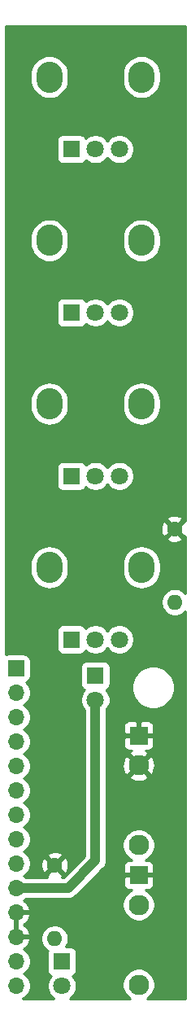
<source format=gbr>
%TF.GenerationSoftware,KiCad,Pcbnew,5.1.9+dfsg1-1~bpo10+1*%
%TF.CreationDate,2022-02-02T14:01:01+08:00*%
%TF.ProjectId,MiniADSR 1.0.1 - Control,4d696e69-4144-4535-9220-312e302e3120,rev?*%
%TF.SameCoordinates,Original*%
%TF.FileFunction,Copper,L2,Bot*%
%TF.FilePolarity,Positive*%
%FSLAX46Y46*%
G04 Gerber Fmt 4.6, Leading zero omitted, Abs format (unit mm)*
G04 Created by KiCad (PCBNEW 5.1.9+dfsg1-1~bpo10+1) date 2022-02-02 14:01:01*
%MOMM*%
%LPD*%
G01*
G04 APERTURE LIST*
%TA.AperFunction,ComponentPad*%
%ADD10R,1.800000X1.800000*%
%TD*%
%TA.AperFunction,ComponentPad*%
%ADD11C,1.800000*%
%TD*%
%TA.AperFunction,ComponentPad*%
%ADD12O,2.720000X3.240000*%
%TD*%
%TA.AperFunction,ComponentPad*%
%ADD13R,1.930000X1.830000*%
%TD*%
%TA.AperFunction,ComponentPad*%
%ADD14C,2.130000*%
%TD*%
%TA.AperFunction,ComponentPad*%
%ADD15C,1.600000*%
%TD*%
%TA.AperFunction,ComponentPad*%
%ADD16O,1.600000X1.600000*%
%TD*%
%TA.AperFunction,ComponentPad*%
%ADD17R,1.700000X1.700000*%
%TD*%
%TA.AperFunction,ComponentPad*%
%ADD18O,1.700000X1.700000*%
%TD*%
%TA.AperFunction,ViaPad*%
%ADD19C,0.800000*%
%TD*%
%TA.AperFunction,Conductor*%
%ADD20C,1.000000*%
%TD*%
%TA.AperFunction,Conductor*%
%ADD21C,0.254000*%
%TD*%
%TA.AperFunction,Conductor*%
%ADD22C,0.100000*%
%TD*%
G04 APERTURE END LIST*
D10*
%TO.P,POT_RELEASE1,1*%
%TO.N,A10*%
X99000000Y-117500000D03*
D11*
%TO.P,POT_RELEASE1,3*%
%TO.N,A11*%
X104000000Y-117500000D03*
%TO.P,POT_RELEASE1,2*%
X101500000Y-117500000D03*
D12*
%TO.P,POT_RELEASE1,*%
%TO.N,*%
X106300000Y-110000000D03*
X96700000Y-110000000D03*
%TD*%
D13*
%TO.P,J1,S*%
%TO.N,GND1*%
X106000000Y-127500000D03*
D14*
%TO.P,J1,TN*%
X106000000Y-130600000D03*
%TO.P,J1,T*%
%TO.N,A1*%
X106000000Y-138900000D03*
%TD*%
D15*
%TO.P,R12,1*%
%TO.N,GND1*%
X97250000Y-141000000D03*
D16*
%TO.P,R12,2*%
%TO.N,Net-(D7-Pad1)*%
X97250000Y-148620000D03*
%TD*%
%TO.P,R11,2*%
%TO.N,Net-(D6-Pad1)*%
X109750000Y-113620000D03*
D15*
%TO.P,R11,1*%
%TO.N,GND1*%
X109750000Y-106000000D03*
%TD*%
D12*
%TO.P,POT_ATTACK1,*%
%TO.N,*%
X96700000Y-59000000D03*
X106300000Y-59000000D03*
D11*
%TO.P,POT_ATTACK1,2*%
%TO.N,A4*%
X101500000Y-66500000D03*
%TO.P,POT_ATTACK1,3*%
X104000000Y-66500000D03*
D10*
%TO.P,POT_ATTACK1,1*%
%TO.N,A3*%
X99000000Y-66500000D03*
%TD*%
D12*
%TO.P,POT_DECAY1,*%
%TO.N,*%
X96700000Y-76000000D03*
X106300000Y-76000000D03*
D11*
%TO.P,POT_DECAY1,2*%
%TO.N,A6*%
X101500000Y-83500000D03*
%TO.P,POT_DECAY1,3*%
X104000000Y-83500000D03*
D10*
%TO.P,POT_DECAY1,1*%
%TO.N,A5*%
X99000000Y-83500000D03*
%TD*%
%TO.P,POT_SUSTAIN1,1*%
%TO.N,A7*%
X99000000Y-100500000D03*
D11*
%TO.P,POT_SUSTAIN1,3*%
%TO.N,A9*%
X104000000Y-100500000D03*
%TO.P,POT_SUSTAIN1,2*%
%TO.N,A8*%
X101500000Y-100500000D03*
D12*
%TO.P,POT_SUSTAIN1,*%
%TO.N,*%
X106300000Y-93000000D03*
X96700000Y-93000000D03*
%TD*%
D11*
%TO.P,D6,2*%
%TO.N,A_VCC*%
X101500000Y-123790000D03*
D10*
%TO.P,D6,1*%
%TO.N,Net-(D6-Pad1)*%
X101500000Y-121250000D03*
%TD*%
%TO.P,D7,1*%
%TO.N,Net-(D7-Pad1)*%
X98000000Y-151000000D03*
D11*
%TO.P,D7,2*%
%TO.N,A2*%
X98000000Y-153540000D03*
%TD*%
D13*
%TO.P,J2,S*%
%TO.N,GND1*%
X106000000Y-142000000D03*
D14*
%TO.P,J2,TN*%
%TO.N,N/C*%
X106000000Y-145100000D03*
%TO.P,J2,T*%
%TO.N,A2*%
X106000000Y-153400000D03*
%TD*%
D17*
%TO.P,J4,1*%
%TO.N,A3*%
X93250000Y-120500000D03*
D18*
%TO.P,J4,2*%
%TO.N,A4*%
X93250000Y-123040000D03*
%TO.P,J4,3*%
%TO.N,A5*%
X93250000Y-125580000D03*
%TO.P,J4,4*%
%TO.N,A6*%
X93250000Y-128120000D03*
%TO.P,J4,5*%
%TO.N,A7*%
X93250000Y-130660000D03*
%TO.P,J4,6*%
%TO.N,A8*%
X93250000Y-133200000D03*
%TO.P,J4,7*%
%TO.N,A9*%
X93250000Y-135740000D03*
%TO.P,J4,8*%
%TO.N,A10*%
X93250000Y-138280000D03*
%TO.P,J4,9*%
%TO.N,A11*%
X93250000Y-140820000D03*
%TO.P,J4,10*%
%TO.N,A_VCC*%
X93250000Y-143360000D03*
%TO.P,J4,11*%
%TO.N,GND1*%
X93250000Y-145900000D03*
%TO.P,J4,12*%
X93250000Y-148440000D03*
%TO.P,J4,13*%
%TO.N,A1*%
X93250000Y-150980000D03*
%TO.P,J4,14*%
%TO.N,A2*%
X93250000Y-153520000D03*
%TD*%
D19*
%TO.N,GND1*%
X100250000Y-86000000D03*
X100250000Y-87500000D03*
X100250000Y-89000000D03*
X100250000Y-90500000D03*
X100250000Y-92000000D03*
X100250000Y-69500000D03*
X100250000Y-70750000D03*
X100250000Y-72000000D03*
X100250000Y-73250000D03*
X100250000Y-74500000D03*
X100250000Y-75750000D03*
X96500000Y-106750000D03*
X96500000Y-105500000D03*
X106750000Y-113750000D03*
X105250000Y-113750000D03*
X103750000Y-113750000D03*
X102250000Y-113750000D03*
X95750000Y-113000000D03*
X103250000Y-72750000D03*
X103250000Y-74000000D03*
X103250000Y-75250000D03*
X103250000Y-76500000D03*
X103250000Y-77750000D03*
X103250000Y-79000000D03*
%TD*%
D20*
%TO.N,A_VCC*%
X101500000Y-123790000D02*
X101500000Y-140500000D01*
X98640000Y-143360000D02*
X93250000Y-143360000D01*
X101500000Y-140500000D02*
X98640000Y-143360000D01*
%TD*%
D21*
%TO.N,GND1*%
X110840001Y-105215451D02*
X110742702Y-105186903D01*
X109929605Y-106000000D01*
X110742702Y-106813097D01*
X110840001Y-106784549D01*
X110840001Y-112680605D01*
X110664759Y-112505363D01*
X110429727Y-112348320D01*
X110168574Y-112240147D01*
X109891335Y-112185000D01*
X109608665Y-112185000D01*
X109331426Y-112240147D01*
X109070273Y-112348320D01*
X108835241Y-112505363D01*
X108635363Y-112705241D01*
X108478320Y-112940273D01*
X108370147Y-113201426D01*
X108315000Y-113478665D01*
X108315000Y-113761335D01*
X108370147Y-114038574D01*
X108478320Y-114299727D01*
X108635363Y-114534759D01*
X108835241Y-114734637D01*
X109070273Y-114891680D01*
X109331426Y-114999853D01*
X109608665Y-115055000D01*
X109891335Y-115055000D01*
X110168574Y-114999853D01*
X110429727Y-114891680D01*
X110664759Y-114734637D01*
X110840001Y-114559395D01*
X110840001Y-154840000D01*
X106904808Y-154840000D01*
X107083687Y-154720477D01*
X107320477Y-154483687D01*
X107506521Y-154205252D01*
X107634670Y-153895872D01*
X107700000Y-153567435D01*
X107700000Y-153232565D01*
X107634670Y-152904128D01*
X107506521Y-152594748D01*
X107320477Y-152316313D01*
X107083687Y-152079523D01*
X106805252Y-151893479D01*
X106495872Y-151765330D01*
X106167435Y-151700000D01*
X105832565Y-151700000D01*
X105504128Y-151765330D01*
X105194748Y-151893479D01*
X104916313Y-152079523D01*
X104679523Y-152316313D01*
X104493479Y-152594748D01*
X104365330Y-152904128D01*
X104300000Y-153232565D01*
X104300000Y-153567435D01*
X104365330Y-153895872D01*
X104493479Y-154205252D01*
X104679523Y-154483687D01*
X104916313Y-154720477D01*
X105095192Y-154840000D01*
X98817339Y-154840000D01*
X98978505Y-154732312D01*
X99192312Y-154518505D01*
X99360299Y-154267095D01*
X99476011Y-153987743D01*
X99535000Y-153691184D01*
X99535000Y-153388816D01*
X99476011Y-153092257D01*
X99360299Y-152812905D01*
X99192312Y-152561495D01*
X99125873Y-152495056D01*
X99144180Y-152489502D01*
X99254494Y-152430537D01*
X99351185Y-152351185D01*
X99430537Y-152254494D01*
X99489502Y-152144180D01*
X99525812Y-152024482D01*
X99538072Y-151900000D01*
X99538072Y-150100000D01*
X99525812Y-149975518D01*
X99489502Y-149855820D01*
X99430537Y-149745506D01*
X99351185Y-149648815D01*
X99254494Y-149569463D01*
X99144180Y-149510498D01*
X99024482Y-149474188D01*
X98900000Y-149461928D01*
X98413301Y-149461928D01*
X98521680Y-149299727D01*
X98629853Y-149038574D01*
X98685000Y-148761335D01*
X98685000Y-148478665D01*
X98629853Y-148201426D01*
X98521680Y-147940273D01*
X98364637Y-147705241D01*
X98164759Y-147505363D01*
X97929727Y-147348320D01*
X97668574Y-147240147D01*
X97391335Y-147185000D01*
X97108665Y-147185000D01*
X96831426Y-147240147D01*
X96570273Y-147348320D01*
X96335241Y-147505363D01*
X96135363Y-147705241D01*
X95978320Y-147940273D01*
X95870147Y-148201426D01*
X95815000Y-148478665D01*
X95815000Y-148761335D01*
X95870147Y-149038574D01*
X95978320Y-149299727D01*
X96135363Y-149534759D01*
X96335241Y-149734637D01*
X96512105Y-149852813D01*
X96510498Y-149855820D01*
X96474188Y-149975518D01*
X96461928Y-150100000D01*
X96461928Y-151900000D01*
X96474188Y-152024482D01*
X96510498Y-152144180D01*
X96569463Y-152254494D01*
X96648815Y-152351185D01*
X96745506Y-152430537D01*
X96855820Y-152489502D01*
X96874127Y-152495056D01*
X96807688Y-152561495D01*
X96639701Y-152812905D01*
X96523989Y-153092257D01*
X96465000Y-153388816D01*
X96465000Y-153691184D01*
X96523989Y-153987743D01*
X96639701Y-154267095D01*
X96807688Y-154518505D01*
X97021495Y-154732312D01*
X97182661Y-154840000D01*
X93943730Y-154840000D01*
X93953411Y-154835990D01*
X94196632Y-154673475D01*
X94403475Y-154466632D01*
X94565990Y-154223411D01*
X94677932Y-153953158D01*
X94735000Y-153666260D01*
X94735000Y-153373740D01*
X94677932Y-153086842D01*
X94565990Y-152816589D01*
X94403475Y-152573368D01*
X94196632Y-152366525D01*
X94022240Y-152250000D01*
X94196632Y-152133475D01*
X94403475Y-151926632D01*
X94565990Y-151683411D01*
X94677932Y-151413158D01*
X94735000Y-151126260D01*
X94735000Y-150833740D01*
X94677932Y-150546842D01*
X94565990Y-150276589D01*
X94403475Y-150033368D01*
X94196632Y-149826525D01*
X94014466Y-149704805D01*
X94131355Y-149635178D01*
X94347588Y-149440269D01*
X94521641Y-149206920D01*
X94646825Y-148944099D01*
X94691476Y-148796890D01*
X94570155Y-148567000D01*
X93377000Y-148567000D01*
X93377000Y-148587000D01*
X93123000Y-148587000D01*
X93123000Y-148567000D01*
X93103000Y-148567000D01*
X93103000Y-148313000D01*
X93123000Y-148313000D01*
X93123000Y-146027000D01*
X93377000Y-146027000D01*
X93377000Y-148313000D01*
X94570155Y-148313000D01*
X94691476Y-148083110D01*
X94646825Y-147935901D01*
X94521641Y-147673080D01*
X94347588Y-147439731D01*
X94131355Y-147244822D01*
X94005745Y-147170000D01*
X94131355Y-147095178D01*
X94347588Y-146900269D01*
X94521641Y-146666920D01*
X94646825Y-146404099D01*
X94691476Y-146256890D01*
X94570155Y-146027000D01*
X93377000Y-146027000D01*
X93123000Y-146027000D01*
X93103000Y-146027000D01*
X93103000Y-145773000D01*
X93123000Y-145773000D01*
X93123000Y-145753000D01*
X93377000Y-145753000D01*
X93377000Y-145773000D01*
X94570155Y-145773000D01*
X94691476Y-145543110D01*
X94646825Y-145395901D01*
X94521641Y-145133080D01*
X94372079Y-144932565D01*
X104300000Y-144932565D01*
X104300000Y-145267435D01*
X104365330Y-145595872D01*
X104493479Y-145905252D01*
X104679523Y-146183687D01*
X104916313Y-146420477D01*
X105194748Y-146606521D01*
X105504128Y-146734670D01*
X105832565Y-146800000D01*
X106167435Y-146800000D01*
X106495872Y-146734670D01*
X106805252Y-146606521D01*
X107083687Y-146420477D01*
X107320477Y-146183687D01*
X107506521Y-145905252D01*
X107634670Y-145595872D01*
X107700000Y-145267435D01*
X107700000Y-144932565D01*
X107634670Y-144604128D01*
X107506521Y-144294748D01*
X107320477Y-144016313D01*
X107083687Y-143779523D01*
X106805252Y-143593479D01*
X106704860Y-143551895D01*
X106965000Y-143553072D01*
X107089482Y-143540812D01*
X107209180Y-143504502D01*
X107319494Y-143445537D01*
X107416185Y-143366185D01*
X107495537Y-143269494D01*
X107554502Y-143159180D01*
X107590812Y-143039482D01*
X107603072Y-142915000D01*
X107600000Y-142285750D01*
X107441250Y-142127000D01*
X106127000Y-142127000D01*
X106127000Y-142147000D01*
X105873000Y-142147000D01*
X105873000Y-142127000D01*
X104558750Y-142127000D01*
X104400000Y-142285750D01*
X104396928Y-142915000D01*
X104409188Y-143039482D01*
X104445498Y-143159180D01*
X104504463Y-143269494D01*
X104583815Y-143366185D01*
X104680506Y-143445537D01*
X104790820Y-143504502D01*
X104910518Y-143540812D01*
X105035000Y-143553072D01*
X105295140Y-143551895D01*
X105194748Y-143593479D01*
X104916313Y-143779523D01*
X104679523Y-144016313D01*
X104493479Y-144294748D01*
X104365330Y-144604128D01*
X104300000Y-144932565D01*
X94372079Y-144932565D01*
X94347588Y-144899731D01*
X94131355Y-144704822D01*
X94014466Y-144635195D01*
X94196632Y-144513475D01*
X94215107Y-144495000D01*
X98584249Y-144495000D01*
X98640000Y-144500491D01*
X98695751Y-144495000D01*
X98695752Y-144495000D01*
X98862499Y-144478577D01*
X99076447Y-144413676D01*
X99273623Y-144308284D01*
X99446449Y-144166449D01*
X99481996Y-144123135D01*
X102263141Y-141341991D01*
X102306449Y-141306449D01*
X102448284Y-141133623D01*
X102553676Y-140936447D01*
X102618577Y-140722499D01*
X102635000Y-140555752D01*
X102640491Y-140500000D01*
X102635000Y-140444248D01*
X102635000Y-138732565D01*
X104300000Y-138732565D01*
X104300000Y-139067435D01*
X104365330Y-139395872D01*
X104493479Y-139705252D01*
X104679523Y-139983687D01*
X104916313Y-140220477D01*
X105194748Y-140406521D01*
X105295140Y-140448105D01*
X105035000Y-140446928D01*
X104910518Y-140459188D01*
X104790820Y-140495498D01*
X104680506Y-140554463D01*
X104583815Y-140633815D01*
X104504463Y-140730506D01*
X104445498Y-140840820D01*
X104409188Y-140960518D01*
X104396928Y-141085000D01*
X104400000Y-141714250D01*
X104558750Y-141873000D01*
X105873000Y-141873000D01*
X105873000Y-141853000D01*
X106127000Y-141853000D01*
X106127000Y-141873000D01*
X107441250Y-141873000D01*
X107600000Y-141714250D01*
X107603072Y-141085000D01*
X107590812Y-140960518D01*
X107554502Y-140840820D01*
X107495537Y-140730506D01*
X107416185Y-140633815D01*
X107319494Y-140554463D01*
X107209180Y-140495498D01*
X107089482Y-140459188D01*
X106965000Y-140446928D01*
X106704860Y-140448105D01*
X106805252Y-140406521D01*
X107083687Y-140220477D01*
X107320477Y-139983687D01*
X107506521Y-139705252D01*
X107634670Y-139395872D01*
X107700000Y-139067435D01*
X107700000Y-138732565D01*
X107634670Y-138404128D01*
X107506521Y-138094748D01*
X107320477Y-137816313D01*
X107083687Y-137579523D01*
X106805252Y-137393479D01*
X106495872Y-137265330D01*
X106167435Y-137200000D01*
X105832565Y-137200000D01*
X105504128Y-137265330D01*
X105194748Y-137393479D01*
X104916313Y-137579523D01*
X104679523Y-137816313D01*
X104493479Y-138094748D01*
X104365330Y-138404128D01*
X104300000Y-138732565D01*
X102635000Y-138732565D01*
X102635000Y-131781761D01*
X104997844Y-131781761D01*
X105101454Y-132052807D01*
X105402148Y-132200190D01*
X105725818Y-132286078D01*
X106060023Y-132307171D01*
X106391922Y-132262658D01*
X106708760Y-132154250D01*
X106898546Y-132052807D01*
X107002156Y-131781761D01*
X106000000Y-130779605D01*
X104997844Y-131781761D01*
X102635000Y-131781761D01*
X102635000Y-130660023D01*
X104292829Y-130660023D01*
X104337342Y-130991922D01*
X104445750Y-131308760D01*
X104547193Y-131498546D01*
X104818239Y-131602156D01*
X105820395Y-130600000D01*
X106179605Y-130600000D01*
X107181761Y-131602156D01*
X107452807Y-131498546D01*
X107600190Y-131197852D01*
X107686078Y-130874182D01*
X107707171Y-130539977D01*
X107662658Y-130208078D01*
X107554250Y-129891240D01*
X107452807Y-129701454D01*
X107181761Y-129597844D01*
X106179605Y-130600000D01*
X105820395Y-130600000D01*
X104818239Y-129597844D01*
X104547193Y-129701454D01*
X104399810Y-130002148D01*
X104313922Y-130325818D01*
X104292829Y-130660023D01*
X102635000Y-130660023D01*
X102635000Y-128415000D01*
X104396928Y-128415000D01*
X104409188Y-128539482D01*
X104445498Y-128659180D01*
X104504463Y-128769494D01*
X104583815Y-128866185D01*
X104680506Y-128945537D01*
X104790820Y-129004502D01*
X104910518Y-129040812D01*
X105035000Y-129053072D01*
X105279611Y-129051966D01*
X105101454Y-129147193D01*
X104997844Y-129418239D01*
X106000000Y-130420395D01*
X107002156Y-129418239D01*
X106898546Y-129147193D01*
X106704111Y-129051892D01*
X106965000Y-129053072D01*
X107089482Y-129040812D01*
X107209180Y-129004502D01*
X107319494Y-128945537D01*
X107416185Y-128866185D01*
X107495537Y-128769494D01*
X107554502Y-128659180D01*
X107590812Y-128539482D01*
X107603072Y-128415000D01*
X107600000Y-127785750D01*
X107441250Y-127627000D01*
X106127000Y-127627000D01*
X106127000Y-127647000D01*
X105873000Y-127647000D01*
X105873000Y-127627000D01*
X104558750Y-127627000D01*
X104400000Y-127785750D01*
X104396928Y-128415000D01*
X102635000Y-128415000D01*
X102635000Y-126585000D01*
X104396928Y-126585000D01*
X104400000Y-127214250D01*
X104558750Y-127373000D01*
X105873000Y-127373000D01*
X105873000Y-126108750D01*
X106127000Y-126108750D01*
X106127000Y-127373000D01*
X107441250Y-127373000D01*
X107600000Y-127214250D01*
X107603072Y-126585000D01*
X107590812Y-126460518D01*
X107554502Y-126340820D01*
X107495537Y-126230506D01*
X107416185Y-126133815D01*
X107319494Y-126054463D01*
X107209180Y-125995498D01*
X107089482Y-125959188D01*
X106965000Y-125946928D01*
X106285750Y-125950000D01*
X106127000Y-126108750D01*
X105873000Y-126108750D01*
X105714250Y-125950000D01*
X105035000Y-125946928D01*
X104910518Y-125959188D01*
X104790820Y-125995498D01*
X104680506Y-126054463D01*
X104583815Y-126133815D01*
X104504463Y-126230506D01*
X104445498Y-126340820D01*
X104409188Y-126460518D01*
X104396928Y-126585000D01*
X102635000Y-126585000D01*
X102635000Y-124825817D01*
X102692312Y-124768505D01*
X102860299Y-124517095D01*
X102976011Y-124237743D01*
X103035000Y-123941184D01*
X103035000Y-123638816D01*
X102976011Y-123342257D01*
X102860299Y-123062905D01*
X102692312Y-122811495D01*
X102625873Y-122745056D01*
X102644180Y-122739502D01*
X102754494Y-122680537D01*
X102851185Y-122601185D01*
X102930537Y-122504494D01*
X102989502Y-122394180D01*
X103024176Y-122279872D01*
X105265000Y-122279872D01*
X105265000Y-122720128D01*
X105350890Y-123151925D01*
X105519369Y-123558669D01*
X105763962Y-123924729D01*
X106075271Y-124236038D01*
X106441331Y-124480631D01*
X106848075Y-124649110D01*
X107279872Y-124735000D01*
X107720128Y-124735000D01*
X108151925Y-124649110D01*
X108558669Y-124480631D01*
X108924729Y-124236038D01*
X109236038Y-123924729D01*
X109480631Y-123558669D01*
X109649110Y-123151925D01*
X109735000Y-122720128D01*
X109735000Y-122279872D01*
X109649110Y-121848075D01*
X109480631Y-121441331D01*
X109236038Y-121075271D01*
X108924729Y-120763962D01*
X108558669Y-120519369D01*
X108151925Y-120350890D01*
X107720128Y-120265000D01*
X107279872Y-120265000D01*
X106848075Y-120350890D01*
X106441331Y-120519369D01*
X106075271Y-120763962D01*
X105763962Y-121075271D01*
X105519369Y-121441331D01*
X105350890Y-121848075D01*
X105265000Y-122279872D01*
X103024176Y-122279872D01*
X103025812Y-122274482D01*
X103038072Y-122150000D01*
X103038072Y-120350000D01*
X103025812Y-120225518D01*
X102989502Y-120105820D01*
X102930537Y-119995506D01*
X102851185Y-119898815D01*
X102754494Y-119819463D01*
X102644180Y-119760498D01*
X102524482Y-119724188D01*
X102400000Y-119711928D01*
X100600000Y-119711928D01*
X100475518Y-119724188D01*
X100355820Y-119760498D01*
X100245506Y-119819463D01*
X100148815Y-119898815D01*
X100069463Y-119995506D01*
X100010498Y-120105820D01*
X99974188Y-120225518D01*
X99961928Y-120350000D01*
X99961928Y-122150000D01*
X99974188Y-122274482D01*
X100010498Y-122394180D01*
X100069463Y-122504494D01*
X100148815Y-122601185D01*
X100245506Y-122680537D01*
X100355820Y-122739502D01*
X100374127Y-122745056D01*
X100307688Y-122811495D01*
X100139701Y-123062905D01*
X100023989Y-123342257D01*
X99965000Y-123638816D01*
X99965000Y-123941184D01*
X100023989Y-124237743D01*
X100139701Y-124517095D01*
X100307688Y-124768505D01*
X100365000Y-124825817D01*
X100365001Y-140029867D01*
X98169869Y-142225000D01*
X97994938Y-142225000D01*
X98063097Y-141992702D01*
X97250000Y-141179605D01*
X96436903Y-141992702D01*
X96505062Y-142225000D01*
X94215107Y-142225000D01*
X94196632Y-142206525D01*
X94022240Y-142090000D01*
X94196632Y-141973475D01*
X94403475Y-141766632D01*
X94565990Y-141523411D01*
X94677932Y-141253158D01*
X94714262Y-141070512D01*
X95809783Y-141070512D01*
X95851213Y-141350130D01*
X95946397Y-141616292D01*
X96013329Y-141741514D01*
X96257298Y-141813097D01*
X97070395Y-141000000D01*
X97429605Y-141000000D01*
X98242702Y-141813097D01*
X98486671Y-141741514D01*
X98607571Y-141486004D01*
X98676300Y-141211816D01*
X98690217Y-140929488D01*
X98648787Y-140649870D01*
X98553603Y-140383708D01*
X98486671Y-140258486D01*
X98242702Y-140186903D01*
X97429605Y-141000000D01*
X97070395Y-141000000D01*
X96257298Y-140186903D01*
X96013329Y-140258486D01*
X95892429Y-140513996D01*
X95823700Y-140788184D01*
X95809783Y-141070512D01*
X94714262Y-141070512D01*
X94735000Y-140966260D01*
X94735000Y-140673740D01*
X94677932Y-140386842D01*
X94565990Y-140116589D01*
X94492965Y-140007298D01*
X96436903Y-140007298D01*
X97250000Y-140820395D01*
X98063097Y-140007298D01*
X97991514Y-139763329D01*
X97736004Y-139642429D01*
X97461816Y-139573700D01*
X97179488Y-139559783D01*
X96899870Y-139601213D01*
X96633708Y-139696397D01*
X96508486Y-139763329D01*
X96436903Y-140007298D01*
X94492965Y-140007298D01*
X94403475Y-139873368D01*
X94196632Y-139666525D01*
X94022240Y-139550000D01*
X94196632Y-139433475D01*
X94403475Y-139226632D01*
X94565990Y-138983411D01*
X94677932Y-138713158D01*
X94735000Y-138426260D01*
X94735000Y-138133740D01*
X94677932Y-137846842D01*
X94565990Y-137576589D01*
X94403475Y-137333368D01*
X94196632Y-137126525D01*
X94022240Y-137010000D01*
X94196632Y-136893475D01*
X94403475Y-136686632D01*
X94565990Y-136443411D01*
X94677932Y-136173158D01*
X94735000Y-135886260D01*
X94735000Y-135593740D01*
X94677932Y-135306842D01*
X94565990Y-135036589D01*
X94403475Y-134793368D01*
X94196632Y-134586525D01*
X94022240Y-134470000D01*
X94196632Y-134353475D01*
X94403475Y-134146632D01*
X94565990Y-133903411D01*
X94677932Y-133633158D01*
X94735000Y-133346260D01*
X94735000Y-133053740D01*
X94677932Y-132766842D01*
X94565990Y-132496589D01*
X94403475Y-132253368D01*
X94196632Y-132046525D01*
X94022240Y-131930000D01*
X94196632Y-131813475D01*
X94403475Y-131606632D01*
X94565990Y-131363411D01*
X94677932Y-131093158D01*
X94735000Y-130806260D01*
X94735000Y-130513740D01*
X94677932Y-130226842D01*
X94565990Y-129956589D01*
X94403475Y-129713368D01*
X94196632Y-129506525D01*
X94022240Y-129390000D01*
X94196632Y-129273475D01*
X94403475Y-129066632D01*
X94565990Y-128823411D01*
X94677932Y-128553158D01*
X94735000Y-128266260D01*
X94735000Y-127973740D01*
X94677932Y-127686842D01*
X94565990Y-127416589D01*
X94403475Y-127173368D01*
X94196632Y-126966525D01*
X94022240Y-126850000D01*
X94196632Y-126733475D01*
X94403475Y-126526632D01*
X94565990Y-126283411D01*
X94677932Y-126013158D01*
X94735000Y-125726260D01*
X94735000Y-125433740D01*
X94677932Y-125146842D01*
X94565990Y-124876589D01*
X94403475Y-124633368D01*
X94196632Y-124426525D01*
X94022240Y-124310000D01*
X94196632Y-124193475D01*
X94403475Y-123986632D01*
X94565990Y-123743411D01*
X94677932Y-123473158D01*
X94735000Y-123186260D01*
X94735000Y-122893740D01*
X94677932Y-122606842D01*
X94565990Y-122336589D01*
X94403475Y-122093368D01*
X94271620Y-121961513D01*
X94344180Y-121939502D01*
X94454494Y-121880537D01*
X94551185Y-121801185D01*
X94630537Y-121704494D01*
X94689502Y-121594180D01*
X94725812Y-121474482D01*
X94738072Y-121350000D01*
X94738072Y-119650000D01*
X94725812Y-119525518D01*
X94689502Y-119405820D01*
X94630537Y-119295506D01*
X94551185Y-119198815D01*
X94454494Y-119119463D01*
X94344180Y-119060498D01*
X94224482Y-119024188D01*
X94100000Y-119011928D01*
X92400000Y-119011928D01*
X92275518Y-119024188D01*
X92160000Y-119059230D01*
X92160000Y-116600000D01*
X97461928Y-116600000D01*
X97461928Y-118400000D01*
X97474188Y-118524482D01*
X97510498Y-118644180D01*
X97569463Y-118754494D01*
X97648815Y-118851185D01*
X97745506Y-118930537D01*
X97855820Y-118989502D01*
X97975518Y-119025812D01*
X98100000Y-119038072D01*
X99900000Y-119038072D01*
X100024482Y-119025812D01*
X100144180Y-118989502D01*
X100254494Y-118930537D01*
X100351185Y-118851185D01*
X100430537Y-118754494D01*
X100483880Y-118654697D01*
X100521495Y-118692312D01*
X100772905Y-118860299D01*
X101052257Y-118976011D01*
X101348816Y-119035000D01*
X101651184Y-119035000D01*
X101947743Y-118976011D01*
X102227095Y-118860299D01*
X102478505Y-118692312D01*
X102692312Y-118478505D01*
X102750000Y-118392169D01*
X102807688Y-118478505D01*
X103021495Y-118692312D01*
X103272905Y-118860299D01*
X103552257Y-118976011D01*
X103848816Y-119035000D01*
X104151184Y-119035000D01*
X104447743Y-118976011D01*
X104727095Y-118860299D01*
X104978505Y-118692312D01*
X105192312Y-118478505D01*
X105360299Y-118227095D01*
X105476011Y-117947743D01*
X105535000Y-117651184D01*
X105535000Y-117348816D01*
X105476011Y-117052257D01*
X105360299Y-116772905D01*
X105192312Y-116521495D01*
X104978505Y-116307688D01*
X104727095Y-116139701D01*
X104447743Y-116023989D01*
X104151184Y-115965000D01*
X103848816Y-115965000D01*
X103552257Y-116023989D01*
X103272905Y-116139701D01*
X103021495Y-116307688D01*
X102807688Y-116521495D01*
X102750000Y-116607831D01*
X102692312Y-116521495D01*
X102478505Y-116307688D01*
X102227095Y-116139701D01*
X101947743Y-116023989D01*
X101651184Y-115965000D01*
X101348816Y-115965000D01*
X101052257Y-116023989D01*
X100772905Y-116139701D01*
X100521495Y-116307688D01*
X100483880Y-116345303D01*
X100430537Y-116245506D01*
X100351185Y-116148815D01*
X100254494Y-116069463D01*
X100144180Y-116010498D01*
X100024482Y-115974188D01*
X99900000Y-115961928D01*
X98100000Y-115961928D01*
X97975518Y-115974188D01*
X97855820Y-116010498D01*
X97745506Y-116069463D01*
X97648815Y-116148815D01*
X97569463Y-116245506D01*
X97510498Y-116355820D01*
X97474188Y-116475518D01*
X97461928Y-116600000D01*
X92160000Y-116600000D01*
X92160000Y-109642002D01*
X94705000Y-109642002D01*
X94705000Y-110357997D01*
X94733867Y-110651087D01*
X94847943Y-111027146D01*
X95033193Y-111373725D01*
X95282497Y-111677503D01*
X95586275Y-111926807D01*
X95932853Y-112112057D01*
X96308912Y-112226133D01*
X96700000Y-112264652D01*
X97091087Y-112226133D01*
X97467146Y-112112057D01*
X97813725Y-111926807D01*
X98117503Y-111677503D01*
X98366807Y-111373725D01*
X98552057Y-111027147D01*
X98666133Y-110651088D01*
X98695000Y-110357998D01*
X98695000Y-109642003D01*
X98695000Y-109642002D01*
X104305000Y-109642002D01*
X104305000Y-110357997D01*
X104333867Y-110651087D01*
X104447943Y-111027146D01*
X104633193Y-111373725D01*
X104882497Y-111677503D01*
X105186275Y-111926807D01*
X105532853Y-112112057D01*
X105908912Y-112226133D01*
X106300000Y-112264652D01*
X106691087Y-112226133D01*
X107067146Y-112112057D01*
X107413725Y-111926807D01*
X107717503Y-111677503D01*
X107966807Y-111373725D01*
X108152057Y-111027147D01*
X108266133Y-110651088D01*
X108295000Y-110357998D01*
X108295000Y-109642003D01*
X108266133Y-109348913D01*
X108152057Y-108972853D01*
X107966807Y-108626275D01*
X107717503Y-108322497D01*
X107413725Y-108073193D01*
X107067147Y-107887943D01*
X106691088Y-107773867D01*
X106300000Y-107735348D01*
X105908913Y-107773867D01*
X105532854Y-107887943D01*
X105186276Y-108073193D01*
X104882498Y-108322497D01*
X104633193Y-108626275D01*
X104447943Y-108972853D01*
X104333867Y-109348912D01*
X104305000Y-109642002D01*
X98695000Y-109642002D01*
X98666133Y-109348913D01*
X98552057Y-108972853D01*
X98366807Y-108626275D01*
X98117503Y-108322497D01*
X97813725Y-108073193D01*
X97467147Y-107887943D01*
X97091088Y-107773867D01*
X96700000Y-107735348D01*
X96308913Y-107773867D01*
X95932854Y-107887943D01*
X95586276Y-108073193D01*
X95282498Y-108322497D01*
X95033193Y-108626275D01*
X94847943Y-108972853D01*
X94733867Y-109348912D01*
X94705000Y-109642002D01*
X92160000Y-109642002D01*
X92160000Y-106992702D01*
X108936903Y-106992702D01*
X109008486Y-107236671D01*
X109263996Y-107357571D01*
X109538184Y-107426300D01*
X109820512Y-107440217D01*
X110100130Y-107398787D01*
X110366292Y-107303603D01*
X110491514Y-107236671D01*
X110563097Y-106992702D01*
X109750000Y-106179605D01*
X108936903Y-106992702D01*
X92160000Y-106992702D01*
X92160000Y-106070512D01*
X108309783Y-106070512D01*
X108351213Y-106350130D01*
X108446397Y-106616292D01*
X108513329Y-106741514D01*
X108757298Y-106813097D01*
X109570395Y-106000000D01*
X108757298Y-105186903D01*
X108513329Y-105258486D01*
X108392429Y-105513996D01*
X108323700Y-105788184D01*
X108309783Y-106070512D01*
X92160000Y-106070512D01*
X92160000Y-105007298D01*
X108936903Y-105007298D01*
X109750000Y-105820395D01*
X110563097Y-105007298D01*
X110491514Y-104763329D01*
X110236004Y-104642429D01*
X109961816Y-104573700D01*
X109679488Y-104559783D01*
X109399870Y-104601213D01*
X109133708Y-104696397D01*
X109008486Y-104763329D01*
X108936903Y-105007298D01*
X92160000Y-105007298D01*
X92160000Y-99600000D01*
X97461928Y-99600000D01*
X97461928Y-101400000D01*
X97474188Y-101524482D01*
X97510498Y-101644180D01*
X97569463Y-101754494D01*
X97648815Y-101851185D01*
X97745506Y-101930537D01*
X97855820Y-101989502D01*
X97975518Y-102025812D01*
X98100000Y-102038072D01*
X99900000Y-102038072D01*
X100024482Y-102025812D01*
X100144180Y-101989502D01*
X100254494Y-101930537D01*
X100351185Y-101851185D01*
X100430537Y-101754494D01*
X100483880Y-101654697D01*
X100521495Y-101692312D01*
X100772905Y-101860299D01*
X101052257Y-101976011D01*
X101348816Y-102035000D01*
X101651184Y-102035000D01*
X101947743Y-101976011D01*
X102227095Y-101860299D01*
X102478505Y-101692312D01*
X102692312Y-101478505D01*
X102750000Y-101392169D01*
X102807688Y-101478505D01*
X103021495Y-101692312D01*
X103272905Y-101860299D01*
X103552257Y-101976011D01*
X103848816Y-102035000D01*
X104151184Y-102035000D01*
X104447743Y-101976011D01*
X104727095Y-101860299D01*
X104978505Y-101692312D01*
X105192312Y-101478505D01*
X105360299Y-101227095D01*
X105476011Y-100947743D01*
X105535000Y-100651184D01*
X105535000Y-100348816D01*
X105476011Y-100052257D01*
X105360299Y-99772905D01*
X105192312Y-99521495D01*
X104978505Y-99307688D01*
X104727095Y-99139701D01*
X104447743Y-99023989D01*
X104151184Y-98965000D01*
X103848816Y-98965000D01*
X103552257Y-99023989D01*
X103272905Y-99139701D01*
X103021495Y-99307688D01*
X102807688Y-99521495D01*
X102750000Y-99607831D01*
X102692312Y-99521495D01*
X102478505Y-99307688D01*
X102227095Y-99139701D01*
X101947743Y-99023989D01*
X101651184Y-98965000D01*
X101348816Y-98965000D01*
X101052257Y-99023989D01*
X100772905Y-99139701D01*
X100521495Y-99307688D01*
X100483880Y-99345303D01*
X100430537Y-99245506D01*
X100351185Y-99148815D01*
X100254494Y-99069463D01*
X100144180Y-99010498D01*
X100024482Y-98974188D01*
X99900000Y-98961928D01*
X98100000Y-98961928D01*
X97975518Y-98974188D01*
X97855820Y-99010498D01*
X97745506Y-99069463D01*
X97648815Y-99148815D01*
X97569463Y-99245506D01*
X97510498Y-99355820D01*
X97474188Y-99475518D01*
X97461928Y-99600000D01*
X92160000Y-99600000D01*
X92160000Y-92642002D01*
X94705000Y-92642002D01*
X94705000Y-93357997D01*
X94733867Y-93651087D01*
X94847943Y-94027146D01*
X95033193Y-94373725D01*
X95282497Y-94677503D01*
X95586275Y-94926807D01*
X95932853Y-95112057D01*
X96308912Y-95226133D01*
X96700000Y-95264652D01*
X97091087Y-95226133D01*
X97467146Y-95112057D01*
X97813725Y-94926807D01*
X98117503Y-94677503D01*
X98366807Y-94373725D01*
X98552057Y-94027147D01*
X98666133Y-93651088D01*
X98695000Y-93357998D01*
X98695000Y-92642003D01*
X98695000Y-92642002D01*
X104305000Y-92642002D01*
X104305000Y-93357997D01*
X104333867Y-93651087D01*
X104447943Y-94027146D01*
X104633193Y-94373725D01*
X104882497Y-94677503D01*
X105186275Y-94926807D01*
X105532853Y-95112057D01*
X105908912Y-95226133D01*
X106300000Y-95264652D01*
X106691087Y-95226133D01*
X107067146Y-95112057D01*
X107413725Y-94926807D01*
X107717503Y-94677503D01*
X107966807Y-94373725D01*
X108152057Y-94027147D01*
X108266133Y-93651088D01*
X108295000Y-93357998D01*
X108295000Y-92642003D01*
X108266133Y-92348913D01*
X108152057Y-91972853D01*
X107966807Y-91626275D01*
X107717503Y-91322497D01*
X107413725Y-91073193D01*
X107067147Y-90887943D01*
X106691088Y-90773867D01*
X106300000Y-90735348D01*
X105908913Y-90773867D01*
X105532854Y-90887943D01*
X105186276Y-91073193D01*
X104882498Y-91322497D01*
X104633193Y-91626275D01*
X104447943Y-91972853D01*
X104333867Y-92348912D01*
X104305000Y-92642002D01*
X98695000Y-92642002D01*
X98666133Y-92348913D01*
X98552057Y-91972853D01*
X98366807Y-91626275D01*
X98117503Y-91322497D01*
X97813725Y-91073193D01*
X97467147Y-90887943D01*
X97091088Y-90773867D01*
X96700000Y-90735348D01*
X96308913Y-90773867D01*
X95932854Y-90887943D01*
X95586276Y-91073193D01*
X95282498Y-91322497D01*
X95033193Y-91626275D01*
X94847943Y-91972853D01*
X94733867Y-92348912D01*
X94705000Y-92642002D01*
X92160000Y-92642002D01*
X92160000Y-82600000D01*
X97461928Y-82600000D01*
X97461928Y-84400000D01*
X97474188Y-84524482D01*
X97510498Y-84644180D01*
X97569463Y-84754494D01*
X97648815Y-84851185D01*
X97745506Y-84930537D01*
X97855820Y-84989502D01*
X97975518Y-85025812D01*
X98100000Y-85038072D01*
X99900000Y-85038072D01*
X100024482Y-85025812D01*
X100144180Y-84989502D01*
X100254494Y-84930537D01*
X100351185Y-84851185D01*
X100430537Y-84754494D01*
X100483880Y-84654697D01*
X100521495Y-84692312D01*
X100772905Y-84860299D01*
X101052257Y-84976011D01*
X101348816Y-85035000D01*
X101651184Y-85035000D01*
X101947743Y-84976011D01*
X102227095Y-84860299D01*
X102478505Y-84692312D01*
X102692312Y-84478505D01*
X102750000Y-84392169D01*
X102807688Y-84478505D01*
X103021495Y-84692312D01*
X103272905Y-84860299D01*
X103552257Y-84976011D01*
X103848816Y-85035000D01*
X104151184Y-85035000D01*
X104447743Y-84976011D01*
X104727095Y-84860299D01*
X104978505Y-84692312D01*
X105192312Y-84478505D01*
X105360299Y-84227095D01*
X105476011Y-83947743D01*
X105535000Y-83651184D01*
X105535000Y-83348816D01*
X105476011Y-83052257D01*
X105360299Y-82772905D01*
X105192312Y-82521495D01*
X104978505Y-82307688D01*
X104727095Y-82139701D01*
X104447743Y-82023989D01*
X104151184Y-81965000D01*
X103848816Y-81965000D01*
X103552257Y-82023989D01*
X103272905Y-82139701D01*
X103021495Y-82307688D01*
X102807688Y-82521495D01*
X102750000Y-82607831D01*
X102692312Y-82521495D01*
X102478505Y-82307688D01*
X102227095Y-82139701D01*
X101947743Y-82023989D01*
X101651184Y-81965000D01*
X101348816Y-81965000D01*
X101052257Y-82023989D01*
X100772905Y-82139701D01*
X100521495Y-82307688D01*
X100483880Y-82345303D01*
X100430537Y-82245506D01*
X100351185Y-82148815D01*
X100254494Y-82069463D01*
X100144180Y-82010498D01*
X100024482Y-81974188D01*
X99900000Y-81961928D01*
X98100000Y-81961928D01*
X97975518Y-81974188D01*
X97855820Y-82010498D01*
X97745506Y-82069463D01*
X97648815Y-82148815D01*
X97569463Y-82245506D01*
X97510498Y-82355820D01*
X97474188Y-82475518D01*
X97461928Y-82600000D01*
X92160000Y-82600000D01*
X92160000Y-75642002D01*
X94705000Y-75642002D01*
X94705000Y-76357997D01*
X94733867Y-76651087D01*
X94847943Y-77027146D01*
X95033193Y-77373725D01*
X95282497Y-77677503D01*
X95586275Y-77926807D01*
X95932853Y-78112057D01*
X96308912Y-78226133D01*
X96700000Y-78264652D01*
X97091087Y-78226133D01*
X97467146Y-78112057D01*
X97813725Y-77926807D01*
X98117503Y-77677503D01*
X98366807Y-77373725D01*
X98552057Y-77027147D01*
X98666133Y-76651088D01*
X98695000Y-76357998D01*
X98695000Y-75642003D01*
X98695000Y-75642002D01*
X104305000Y-75642002D01*
X104305000Y-76357997D01*
X104333867Y-76651087D01*
X104447943Y-77027146D01*
X104633193Y-77373725D01*
X104882497Y-77677503D01*
X105186275Y-77926807D01*
X105532853Y-78112057D01*
X105908912Y-78226133D01*
X106300000Y-78264652D01*
X106691087Y-78226133D01*
X107067146Y-78112057D01*
X107413725Y-77926807D01*
X107717503Y-77677503D01*
X107966807Y-77373725D01*
X108152057Y-77027147D01*
X108266133Y-76651088D01*
X108295000Y-76357998D01*
X108295000Y-75642003D01*
X108266133Y-75348913D01*
X108152057Y-74972853D01*
X107966807Y-74626275D01*
X107717503Y-74322497D01*
X107413725Y-74073193D01*
X107067147Y-73887943D01*
X106691088Y-73773867D01*
X106300000Y-73735348D01*
X105908913Y-73773867D01*
X105532854Y-73887943D01*
X105186276Y-74073193D01*
X104882498Y-74322497D01*
X104633193Y-74626275D01*
X104447943Y-74972853D01*
X104333867Y-75348912D01*
X104305000Y-75642002D01*
X98695000Y-75642002D01*
X98666133Y-75348913D01*
X98552057Y-74972853D01*
X98366807Y-74626275D01*
X98117503Y-74322497D01*
X97813725Y-74073193D01*
X97467147Y-73887943D01*
X97091088Y-73773867D01*
X96700000Y-73735348D01*
X96308913Y-73773867D01*
X95932854Y-73887943D01*
X95586276Y-74073193D01*
X95282498Y-74322497D01*
X95033193Y-74626275D01*
X94847943Y-74972853D01*
X94733867Y-75348912D01*
X94705000Y-75642002D01*
X92160000Y-75642002D01*
X92160000Y-65600000D01*
X97461928Y-65600000D01*
X97461928Y-67400000D01*
X97474188Y-67524482D01*
X97510498Y-67644180D01*
X97569463Y-67754494D01*
X97648815Y-67851185D01*
X97745506Y-67930537D01*
X97855820Y-67989502D01*
X97975518Y-68025812D01*
X98100000Y-68038072D01*
X99900000Y-68038072D01*
X100024482Y-68025812D01*
X100144180Y-67989502D01*
X100254494Y-67930537D01*
X100351185Y-67851185D01*
X100430537Y-67754494D01*
X100483880Y-67654697D01*
X100521495Y-67692312D01*
X100772905Y-67860299D01*
X101052257Y-67976011D01*
X101348816Y-68035000D01*
X101651184Y-68035000D01*
X101947743Y-67976011D01*
X102227095Y-67860299D01*
X102478505Y-67692312D01*
X102692312Y-67478505D01*
X102750000Y-67392169D01*
X102807688Y-67478505D01*
X103021495Y-67692312D01*
X103272905Y-67860299D01*
X103552257Y-67976011D01*
X103848816Y-68035000D01*
X104151184Y-68035000D01*
X104447743Y-67976011D01*
X104727095Y-67860299D01*
X104978505Y-67692312D01*
X105192312Y-67478505D01*
X105360299Y-67227095D01*
X105476011Y-66947743D01*
X105535000Y-66651184D01*
X105535000Y-66348816D01*
X105476011Y-66052257D01*
X105360299Y-65772905D01*
X105192312Y-65521495D01*
X104978505Y-65307688D01*
X104727095Y-65139701D01*
X104447743Y-65023989D01*
X104151184Y-64965000D01*
X103848816Y-64965000D01*
X103552257Y-65023989D01*
X103272905Y-65139701D01*
X103021495Y-65307688D01*
X102807688Y-65521495D01*
X102750000Y-65607831D01*
X102692312Y-65521495D01*
X102478505Y-65307688D01*
X102227095Y-65139701D01*
X101947743Y-65023989D01*
X101651184Y-64965000D01*
X101348816Y-64965000D01*
X101052257Y-65023989D01*
X100772905Y-65139701D01*
X100521495Y-65307688D01*
X100483880Y-65345303D01*
X100430537Y-65245506D01*
X100351185Y-65148815D01*
X100254494Y-65069463D01*
X100144180Y-65010498D01*
X100024482Y-64974188D01*
X99900000Y-64961928D01*
X98100000Y-64961928D01*
X97975518Y-64974188D01*
X97855820Y-65010498D01*
X97745506Y-65069463D01*
X97648815Y-65148815D01*
X97569463Y-65245506D01*
X97510498Y-65355820D01*
X97474188Y-65475518D01*
X97461928Y-65600000D01*
X92160000Y-65600000D01*
X92160000Y-58642002D01*
X94705000Y-58642002D01*
X94705000Y-59357997D01*
X94733867Y-59651087D01*
X94847943Y-60027146D01*
X95033193Y-60373725D01*
X95282497Y-60677503D01*
X95586275Y-60926807D01*
X95932853Y-61112057D01*
X96308912Y-61226133D01*
X96700000Y-61264652D01*
X97091087Y-61226133D01*
X97467146Y-61112057D01*
X97813725Y-60926807D01*
X98117503Y-60677503D01*
X98366807Y-60373725D01*
X98552057Y-60027147D01*
X98666133Y-59651088D01*
X98695000Y-59357998D01*
X98695000Y-58642003D01*
X98695000Y-58642002D01*
X104305000Y-58642002D01*
X104305000Y-59357997D01*
X104333867Y-59651087D01*
X104447943Y-60027146D01*
X104633193Y-60373725D01*
X104882497Y-60677503D01*
X105186275Y-60926807D01*
X105532853Y-61112057D01*
X105908912Y-61226133D01*
X106300000Y-61264652D01*
X106691087Y-61226133D01*
X107067146Y-61112057D01*
X107413725Y-60926807D01*
X107717503Y-60677503D01*
X107966807Y-60373725D01*
X108152057Y-60027147D01*
X108266133Y-59651088D01*
X108295000Y-59357998D01*
X108295000Y-58642003D01*
X108266133Y-58348913D01*
X108152057Y-57972853D01*
X107966807Y-57626275D01*
X107717503Y-57322497D01*
X107413725Y-57073193D01*
X107067147Y-56887943D01*
X106691088Y-56773867D01*
X106300000Y-56735348D01*
X105908913Y-56773867D01*
X105532854Y-56887943D01*
X105186276Y-57073193D01*
X104882498Y-57322497D01*
X104633193Y-57626275D01*
X104447943Y-57972853D01*
X104333867Y-58348912D01*
X104305000Y-58642002D01*
X98695000Y-58642002D01*
X98666133Y-58348913D01*
X98552057Y-57972853D01*
X98366807Y-57626275D01*
X98117503Y-57322497D01*
X97813725Y-57073193D01*
X97467147Y-56887943D01*
X97091088Y-56773867D01*
X96700000Y-56735348D01*
X96308913Y-56773867D01*
X95932854Y-56887943D01*
X95586276Y-57073193D01*
X95282498Y-57322497D01*
X95033193Y-57626275D01*
X94847943Y-57972853D01*
X94733867Y-58348912D01*
X94705000Y-58642002D01*
X92160000Y-58642002D01*
X92160000Y-53660000D01*
X110840000Y-53660000D01*
X110840001Y-105215451D01*
%TA.AperFunction,Conductor*%
D22*
G36*
X110840001Y-105215451D02*
G01*
X110742702Y-105186903D01*
X109929605Y-106000000D01*
X110742702Y-106813097D01*
X110840001Y-106784549D01*
X110840001Y-112680605D01*
X110664759Y-112505363D01*
X110429727Y-112348320D01*
X110168574Y-112240147D01*
X109891335Y-112185000D01*
X109608665Y-112185000D01*
X109331426Y-112240147D01*
X109070273Y-112348320D01*
X108835241Y-112505363D01*
X108635363Y-112705241D01*
X108478320Y-112940273D01*
X108370147Y-113201426D01*
X108315000Y-113478665D01*
X108315000Y-113761335D01*
X108370147Y-114038574D01*
X108478320Y-114299727D01*
X108635363Y-114534759D01*
X108835241Y-114734637D01*
X109070273Y-114891680D01*
X109331426Y-114999853D01*
X109608665Y-115055000D01*
X109891335Y-115055000D01*
X110168574Y-114999853D01*
X110429727Y-114891680D01*
X110664759Y-114734637D01*
X110840001Y-114559395D01*
X110840001Y-154840000D01*
X106904808Y-154840000D01*
X107083687Y-154720477D01*
X107320477Y-154483687D01*
X107506521Y-154205252D01*
X107634670Y-153895872D01*
X107700000Y-153567435D01*
X107700000Y-153232565D01*
X107634670Y-152904128D01*
X107506521Y-152594748D01*
X107320477Y-152316313D01*
X107083687Y-152079523D01*
X106805252Y-151893479D01*
X106495872Y-151765330D01*
X106167435Y-151700000D01*
X105832565Y-151700000D01*
X105504128Y-151765330D01*
X105194748Y-151893479D01*
X104916313Y-152079523D01*
X104679523Y-152316313D01*
X104493479Y-152594748D01*
X104365330Y-152904128D01*
X104300000Y-153232565D01*
X104300000Y-153567435D01*
X104365330Y-153895872D01*
X104493479Y-154205252D01*
X104679523Y-154483687D01*
X104916313Y-154720477D01*
X105095192Y-154840000D01*
X98817339Y-154840000D01*
X98978505Y-154732312D01*
X99192312Y-154518505D01*
X99360299Y-154267095D01*
X99476011Y-153987743D01*
X99535000Y-153691184D01*
X99535000Y-153388816D01*
X99476011Y-153092257D01*
X99360299Y-152812905D01*
X99192312Y-152561495D01*
X99125873Y-152495056D01*
X99144180Y-152489502D01*
X99254494Y-152430537D01*
X99351185Y-152351185D01*
X99430537Y-152254494D01*
X99489502Y-152144180D01*
X99525812Y-152024482D01*
X99538072Y-151900000D01*
X99538072Y-150100000D01*
X99525812Y-149975518D01*
X99489502Y-149855820D01*
X99430537Y-149745506D01*
X99351185Y-149648815D01*
X99254494Y-149569463D01*
X99144180Y-149510498D01*
X99024482Y-149474188D01*
X98900000Y-149461928D01*
X98413301Y-149461928D01*
X98521680Y-149299727D01*
X98629853Y-149038574D01*
X98685000Y-148761335D01*
X98685000Y-148478665D01*
X98629853Y-148201426D01*
X98521680Y-147940273D01*
X98364637Y-147705241D01*
X98164759Y-147505363D01*
X97929727Y-147348320D01*
X97668574Y-147240147D01*
X97391335Y-147185000D01*
X97108665Y-147185000D01*
X96831426Y-147240147D01*
X96570273Y-147348320D01*
X96335241Y-147505363D01*
X96135363Y-147705241D01*
X95978320Y-147940273D01*
X95870147Y-148201426D01*
X95815000Y-148478665D01*
X95815000Y-148761335D01*
X95870147Y-149038574D01*
X95978320Y-149299727D01*
X96135363Y-149534759D01*
X96335241Y-149734637D01*
X96512105Y-149852813D01*
X96510498Y-149855820D01*
X96474188Y-149975518D01*
X96461928Y-150100000D01*
X96461928Y-151900000D01*
X96474188Y-152024482D01*
X96510498Y-152144180D01*
X96569463Y-152254494D01*
X96648815Y-152351185D01*
X96745506Y-152430537D01*
X96855820Y-152489502D01*
X96874127Y-152495056D01*
X96807688Y-152561495D01*
X96639701Y-152812905D01*
X96523989Y-153092257D01*
X96465000Y-153388816D01*
X96465000Y-153691184D01*
X96523989Y-153987743D01*
X96639701Y-154267095D01*
X96807688Y-154518505D01*
X97021495Y-154732312D01*
X97182661Y-154840000D01*
X93943730Y-154840000D01*
X93953411Y-154835990D01*
X94196632Y-154673475D01*
X94403475Y-154466632D01*
X94565990Y-154223411D01*
X94677932Y-153953158D01*
X94735000Y-153666260D01*
X94735000Y-153373740D01*
X94677932Y-153086842D01*
X94565990Y-152816589D01*
X94403475Y-152573368D01*
X94196632Y-152366525D01*
X94022240Y-152250000D01*
X94196632Y-152133475D01*
X94403475Y-151926632D01*
X94565990Y-151683411D01*
X94677932Y-151413158D01*
X94735000Y-151126260D01*
X94735000Y-150833740D01*
X94677932Y-150546842D01*
X94565990Y-150276589D01*
X94403475Y-150033368D01*
X94196632Y-149826525D01*
X94014466Y-149704805D01*
X94131355Y-149635178D01*
X94347588Y-149440269D01*
X94521641Y-149206920D01*
X94646825Y-148944099D01*
X94691476Y-148796890D01*
X94570155Y-148567000D01*
X93377000Y-148567000D01*
X93377000Y-148587000D01*
X93123000Y-148587000D01*
X93123000Y-148567000D01*
X93103000Y-148567000D01*
X93103000Y-148313000D01*
X93123000Y-148313000D01*
X93123000Y-146027000D01*
X93377000Y-146027000D01*
X93377000Y-148313000D01*
X94570155Y-148313000D01*
X94691476Y-148083110D01*
X94646825Y-147935901D01*
X94521641Y-147673080D01*
X94347588Y-147439731D01*
X94131355Y-147244822D01*
X94005745Y-147170000D01*
X94131355Y-147095178D01*
X94347588Y-146900269D01*
X94521641Y-146666920D01*
X94646825Y-146404099D01*
X94691476Y-146256890D01*
X94570155Y-146027000D01*
X93377000Y-146027000D01*
X93123000Y-146027000D01*
X93103000Y-146027000D01*
X93103000Y-145773000D01*
X93123000Y-145773000D01*
X93123000Y-145753000D01*
X93377000Y-145753000D01*
X93377000Y-145773000D01*
X94570155Y-145773000D01*
X94691476Y-145543110D01*
X94646825Y-145395901D01*
X94521641Y-145133080D01*
X94372079Y-144932565D01*
X104300000Y-144932565D01*
X104300000Y-145267435D01*
X104365330Y-145595872D01*
X104493479Y-145905252D01*
X104679523Y-146183687D01*
X104916313Y-146420477D01*
X105194748Y-146606521D01*
X105504128Y-146734670D01*
X105832565Y-146800000D01*
X106167435Y-146800000D01*
X106495872Y-146734670D01*
X106805252Y-146606521D01*
X107083687Y-146420477D01*
X107320477Y-146183687D01*
X107506521Y-145905252D01*
X107634670Y-145595872D01*
X107700000Y-145267435D01*
X107700000Y-144932565D01*
X107634670Y-144604128D01*
X107506521Y-144294748D01*
X107320477Y-144016313D01*
X107083687Y-143779523D01*
X106805252Y-143593479D01*
X106704860Y-143551895D01*
X106965000Y-143553072D01*
X107089482Y-143540812D01*
X107209180Y-143504502D01*
X107319494Y-143445537D01*
X107416185Y-143366185D01*
X107495537Y-143269494D01*
X107554502Y-143159180D01*
X107590812Y-143039482D01*
X107603072Y-142915000D01*
X107600000Y-142285750D01*
X107441250Y-142127000D01*
X106127000Y-142127000D01*
X106127000Y-142147000D01*
X105873000Y-142147000D01*
X105873000Y-142127000D01*
X104558750Y-142127000D01*
X104400000Y-142285750D01*
X104396928Y-142915000D01*
X104409188Y-143039482D01*
X104445498Y-143159180D01*
X104504463Y-143269494D01*
X104583815Y-143366185D01*
X104680506Y-143445537D01*
X104790820Y-143504502D01*
X104910518Y-143540812D01*
X105035000Y-143553072D01*
X105295140Y-143551895D01*
X105194748Y-143593479D01*
X104916313Y-143779523D01*
X104679523Y-144016313D01*
X104493479Y-144294748D01*
X104365330Y-144604128D01*
X104300000Y-144932565D01*
X94372079Y-144932565D01*
X94347588Y-144899731D01*
X94131355Y-144704822D01*
X94014466Y-144635195D01*
X94196632Y-144513475D01*
X94215107Y-144495000D01*
X98584249Y-144495000D01*
X98640000Y-144500491D01*
X98695751Y-144495000D01*
X98695752Y-144495000D01*
X98862499Y-144478577D01*
X99076447Y-144413676D01*
X99273623Y-144308284D01*
X99446449Y-144166449D01*
X99481996Y-144123135D01*
X102263141Y-141341991D01*
X102306449Y-141306449D01*
X102448284Y-141133623D01*
X102553676Y-140936447D01*
X102618577Y-140722499D01*
X102635000Y-140555752D01*
X102640491Y-140500000D01*
X102635000Y-140444248D01*
X102635000Y-138732565D01*
X104300000Y-138732565D01*
X104300000Y-139067435D01*
X104365330Y-139395872D01*
X104493479Y-139705252D01*
X104679523Y-139983687D01*
X104916313Y-140220477D01*
X105194748Y-140406521D01*
X105295140Y-140448105D01*
X105035000Y-140446928D01*
X104910518Y-140459188D01*
X104790820Y-140495498D01*
X104680506Y-140554463D01*
X104583815Y-140633815D01*
X104504463Y-140730506D01*
X104445498Y-140840820D01*
X104409188Y-140960518D01*
X104396928Y-141085000D01*
X104400000Y-141714250D01*
X104558750Y-141873000D01*
X105873000Y-141873000D01*
X105873000Y-141853000D01*
X106127000Y-141853000D01*
X106127000Y-141873000D01*
X107441250Y-141873000D01*
X107600000Y-141714250D01*
X107603072Y-141085000D01*
X107590812Y-140960518D01*
X107554502Y-140840820D01*
X107495537Y-140730506D01*
X107416185Y-140633815D01*
X107319494Y-140554463D01*
X107209180Y-140495498D01*
X107089482Y-140459188D01*
X106965000Y-140446928D01*
X106704860Y-140448105D01*
X106805252Y-140406521D01*
X107083687Y-140220477D01*
X107320477Y-139983687D01*
X107506521Y-139705252D01*
X107634670Y-139395872D01*
X107700000Y-139067435D01*
X107700000Y-138732565D01*
X107634670Y-138404128D01*
X107506521Y-138094748D01*
X107320477Y-137816313D01*
X107083687Y-137579523D01*
X106805252Y-137393479D01*
X106495872Y-137265330D01*
X106167435Y-137200000D01*
X105832565Y-137200000D01*
X105504128Y-137265330D01*
X105194748Y-137393479D01*
X104916313Y-137579523D01*
X104679523Y-137816313D01*
X104493479Y-138094748D01*
X104365330Y-138404128D01*
X104300000Y-138732565D01*
X102635000Y-138732565D01*
X102635000Y-131781761D01*
X104997844Y-131781761D01*
X105101454Y-132052807D01*
X105402148Y-132200190D01*
X105725818Y-132286078D01*
X106060023Y-132307171D01*
X106391922Y-132262658D01*
X106708760Y-132154250D01*
X106898546Y-132052807D01*
X107002156Y-131781761D01*
X106000000Y-130779605D01*
X104997844Y-131781761D01*
X102635000Y-131781761D01*
X102635000Y-130660023D01*
X104292829Y-130660023D01*
X104337342Y-130991922D01*
X104445750Y-131308760D01*
X104547193Y-131498546D01*
X104818239Y-131602156D01*
X105820395Y-130600000D01*
X106179605Y-130600000D01*
X107181761Y-131602156D01*
X107452807Y-131498546D01*
X107600190Y-131197852D01*
X107686078Y-130874182D01*
X107707171Y-130539977D01*
X107662658Y-130208078D01*
X107554250Y-129891240D01*
X107452807Y-129701454D01*
X107181761Y-129597844D01*
X106179605Y-130600000D01*
X105820395Y-130600000D01*
X104818239Y-129597844D01*
X104547193Y-129701454D01*
X104399810Y-130002148D01*
X104313922Y-130325818D01*
X104292829Y-130660023D01*
X102635000Y-130660023D01*
X102635000Y-128415000D01*
X104396928Y-128415000D01*
X104409188Y-128539482D01*
X104445498Y-128659180D01*
X104504463Y-128769494D01*
X104583815Y-128866185D01*
X104680506Y-128945537D01*
X104790820Y-129004502D01*
X104910518Y-129040812D01*
X105035000Y-129053072D01*
X105279611Y-129051966D01*
X105101454Y-129147193D01*
X104997844Y-129418239D01*
X106000000Y-130420395D01*
X107002156Y-129418239D01*
X106898546Y-129147193D01*
X106704111Y-129051892D01*
X106965000Y-129053072D01*
X107089482Y-129040812D01*
X107209180Y-129004502D01*
X107319494Y-128945537D01*
X107416185Y-128866185D01*
X107495537Y-128769494D01*
X107554502Y-128659180D01*
X107590812Y-128539482D01*
X107603072Y-128415000D01*
X107600000Y-127785750D01*
X107441250Y-127627000D01*
X106127000Y-127627000D01*
X106127000Y-127647000D01*
X105873000Y-127647000D01*
X105873000Y-127627000D01*
X104558750Y-127627000D01*
X104400000Y-127785750D01*
X104396928Y-128415000D01*
X102635000Y-128415000D01*
X102635000Y-126585000D01*
X104396928Y-126585000D01*
X104400000Y-127214250D01*
X104558750Y-127373000D01*
X105873000Y-127373000D01*
X105873000Y-126108750D01*
X106127000Y-126108750D01*
X106127000Y-127373000D01*
X107441250Y-127373000D01*
X107600000Y-127214250D01*
X107603072Y-126585000D01*
X107590812Y-126460518D01*
X107554502Y-126340820D01*
X107495537Y-126230506D01*
X107416185Y-126133815D01*
X107319494Y-126054463D01*
X107209180Y-125995498D01*
X107089482Y-125959188D01*
X106965000Y-125946928D01*
X106285750Y-125950000D01*
X106127000Y-126108750D01*
X105873000Y-126108750D01*
X105714250Y-125950000D01*
X105035000Y-125946928D01*
X104910518Y-125959188D01*
X104790820Y-125995498D01*
X104680506Y-126054463D01*
X104583815Y-126133815D01*
X104504463Y-126230506D01*
X104445498Y-126340820D01*
X104409188Y-126460518D01*
X104396928Y-126585000D01*
X102635000Y-126585000D01*
X102635000Y-124825817D01*
X102692312Y-124768505D01*
X102860299Y-124517095D01*
X102976011Y-124237743D01*
X103035000Y-123941184D01*
X103035000Y-123638816D01*
X102976011Y-123342257D01*
X102860299Y-123062905D01*
X102692312Y-122811495D01*
X102625873Y-122745056D01*
X102644180Y-122739502D01*
X102754494Y-122680537D01*
X102851185Y-122601185D01*
X102930537Y-122504494D01*
X102989502Y-122394180D01*
X103024176Y-122279872D01*
X105265000Y-122279872D01*
X105265000Y-122720128D01*
X105350890Y-123151925D01*
X105519369Y-123558669D01*
X105763962Y-123924729D01*
X106075271Y-124236038D01*
X106441331Y-124480631D01*
X106848075Y-124649110D01*
X107279872Y-124735000D01*
X107720128Y-124735000D01*
X108151925Y-124649110D01*
X108558669Y-124480631D01*
X108924729Y-124236038D01*
X109236038Y-123924729D01*
X109480631Y-123558669D01*
X109649110Y-123151925D01*
X109735000Y-122720128D01*
X109735000Y-122279872D01*
X109649110Y-121848075D01*
X109480631Y-121441331D01*
X109236038Y-121075271D01*
X108924729Y-120763962D01*
X108558669Y-120519369D01*
X108151925Y-120350890D01*
X107720128Y-120265000D01*
X107279872Y-120265000D01*
X106848075Y-120350890D01*
X106441331Y-120519369D01*
X106075271Y-120763962D01*
X105763962Y-121075271D01*
X105519369Y-121441331D01*
X105350890Y-121848075D01*
X105265000Y-122279872D01*
X103024176Y-122279872D01*
X103025812Y-122274482D01*
X103038072Y-122150000D01*
X103038072Y-120350000D01*
X103025812Y-120225518D01*
X102989502Y-120105820D01*
X102930537Y-119995506D01*
X102851185Y-119898815D01*
X102754494Y-119819463D01*
X102644180Y-119760498D01*
X102524482Y-119724188D01*
X102400000Y-119711928D01*
X100600000Y-119711928D01*
X100475518Y-119724188D01*
X100355820Y-119760498D01*
X100245506Y-119819463D01*
X100148815Y-119898815D01*
X100069463Y-119995506D01*
X100010498Y-120105820D01*
X99974188Y-120225518D01*
X99961928Y-120350000D01*
X99961928Y-122150000D01*
X99974188Y-122274482D01*
X100010498Y-122394180D01*
X100069463Y-122504494D01*
X100148815Y-122601185D01*
X100245506Y-122680537D01*
X100355820Y-122739502D01*
X100374127Y-122745056D01*
X100307688Y-122811495D01*
X100139701Y-123062905D01*
X100023989Y-123342257D01*
X99965000Y-123638816D01*
X99965000Y-123941184D01*
X100023989Y-124237743D01*
X100139701Y-124517095D01*
X100307688Y-124768505D01*
X100365000Y-124825817D01*
X100365001Y-140029867D01*
X98169869Y-142225000D01*
X97994938Y-142225000D01*
X98063097Y-141992702D01*
X97250000Y-141179605D01*
X96436903Y-141992702D01*
X96505062Y-142225000D01*
X94215107Y-142225000D01*
X94196632Y-142206525D01*
X94022240Y-142090000D01*
X94196632Y-141973475D01*
X94403475Y-141766632D01*
X94565990Y-141523411D01*
X94677932Y-141253158D01*
X94714262Y-141070512D01*
X95809783Y-141070512D01*
X95851213Y-141350130D01*
X95946397Y-141616292D01*
X96013329Y-141741514D01*
X96257298Y-141813097D01*
X97070395Y-141000000D01*
X97429605Y-141000000D01*
X98242702Y-141813097D01*
X98486671Y-141741514D01*
X98607571Y-141486004D01*
X98676300Y-141211816D01*
X98690217Y-140929488D01*
X98648787Y-140649870D01*
X98553603Y-140383708D01*
X98486671Y-140258486D01*
X98242702Y-140186903D01*
X97429605Y-141000000D01*
X97070395Y-141000000D01*
X96257298Y-140186903D01*
X96013329Y-140258486D01*
X95892429Y-140513996D01*
X95823700Y-140788184D01*
X95809783Y-141070512D01*
X94714262Y-141070512D01*
X94735000Y-140966260D01*
X94735000Y-140673740D01*
X94677932Y-140386842D01*
X94565990Y-140116589D01*
X94492965Y-140007298D01*
X96436903Y-140007298D01*
X97250000Y-140820395D01*
X98063097Y-140007298D01*
X97991514Y-139763329D01*
X97736004Y-139642429D01*
X97461816Y-139573700D01*
X97179488Y-139559783D01*
X96899870Y-139601213D01*
X96633708Y-139696397D01*
X96508486Y-139763329D01*
X96436903Y-140007298D01*
X94492965Y-140007298D01*
X94403475Y-139873368D01*
X94196632Y-139666525D01*
X94022240Y-139550000D01*
X94196632Y-139433475D01*
X94403475Y-139226632D01*
X94565990Y-138983411D01*
X94677932Y-138713158D01*
X94735000Y-138426260D01*
X94735000Y-138133740D01*
X94677932Y-137846842D01*
X94565990Y-137576589D01*
X94403475Y-137333368D01*
X94196632Y-137126525D01*
X94022240Y-137010000D01*
X94196632Y-136893475D01*
X94403475Y-136686632D01*
X94565990Y-136443411D01*
X94677932Y-136173158D01*
X94735000Y-135886260D01*
X94735000Y-135593740D01*
X94677932Y-135306842D01*
X94565990Y-135036589D01*
X94403475Y-134793368D01*
X94196632Y-134586525D01*
X94022240Y-134470000D01*
X94196632Y-134353475D01*
X94403475Y-134146632D01*
X94565990Y-133903411D01*
X94677932Y-133633158D01*
X94735000Y-133346260D01*
X94735000Y-133053740D01*
X94677932Y-132766842D01*
X94565990Y-132496589D01*
X94403475Y-132253368D01*
X94196632Y-132046525D01*
X94022240Y-131930000D01*
X94196632Y-131813475D01*
X94403475Y-131606632D01*
X94565990Y-131363411D01*
X94677932Y-131093158D01*
X94735000Y-130806260D01*
X94735000Y-130513740D01*
X94677932Y-130226842D01*
X94565990Y-129956589D01*
X94403475Y-129713368D01*
X94196632Y-129506525D01*
X94022240Y-129390000D01*
X94196632Y-129273475D01*
X94403475Y-129066632D01*
X94565990Y-128823411D01*
X94677932Y-128553158D01*
X94735000Y-128266260D01*
X94735000Y-127973740D01*
X94677932Y-127686842D01*
X94565990Y-127416589D01*
X94403475Y-127173368D01*
X94196632Y-126966525D01*
X94022240Y-126850000D01*
X94196632Y-126733475D01*
X94403475Y-126526632D01*
X94565990Y-126283411D01*
X94677932Y-126013158D01*
X94735000Y-125726260D01*
X94735000Y-125433740D01*
X94677932Y-125146842D01*
X94565990Y-124876589D01*
X94403475Y-124633368D01*
X94196632Y-124426525D01*
X94022240Y-124310000D01*
X94196632Y-124193475D01*
X94403475Y-123986632D01*
X94565990Y-123743411D01*
X94677932Y-123473158D01*
X94735000Y-123186260D01*
X94735000Y-122893740D01*
X94677932Y-122606842D01*
X94565990Y-122336589D01*
X94403475Y-122093368D01*
X94271620Y-121961513D01*
X94344180Y-121939502D01*
X94454494Y-121880537D01*
X94551185Y-121801185D01*
X94630537Y-121704494D01*
X94689502Y-121594180D01*
X94725812Y-121474482D01*
X94738072Y-121350000D01*
X94738072Y-119650000D01*
X94725812Y-119525518D01*
X94689502Y-119405820D01*
X94630537Y-119295506D01*
X94551185Y-119198815D01*
X94454494Y-119119463D01*
X94344180Y-119060498D01*
X94224482Y-119024188D01*
X94100000Y-119011928D01*
X92400000Y-119011928D01*
X92275518Y-119024188D01*
X92160000Y-119059230D01*
X92160000Y-116600000D01*
X97461928Y-116600000D01*
X97461928Y-118400000D01*
X97474188Y-118524482D01*
X97510498Y-118644180D01*
X97569463Y-118754494D01*
X97648815Y-118851185D01*
X97745506Y-118930537D01*
X97855820Y-118989502D01*
X97975518Y-119025812D01*
X98100000Y-119038072D01*
X99900000Y-119038072D01*
X100024482Y-119025812D01*
X100144180Y-118989502D01*
X100254494Y-118930537D01*
X100351185Y-118851185D01*
X100430537Y-118754494D01*
X100483880Y-118654697D01*
X100521495Y-118692312D01*
X100772905Y-118860299D01*
X101052257Y-118976011D01*
X101348816Y-119035000D01*
X101651184Y-119035000D01*
X101947743Y-118976011D01*
X102227095Y-118860299D01*
X102478505Y-118692312D01*
X102692312Y-118478505D01*
X102750000Y-118392169D01*
X102807688Y-118478505D01*
X103021495Y-118692312D01*
X103272905Y-118860299D01*
X103552257Y-118976011D01*
X103848816Y-119035000D01*
X104151184Y-119035000D01*
X104447743Y-118976011D01*
X104727095Y-118860299D01*
X104978505Y-118692312D01*
X105192312Y-118478505D01*
X105360299Y-118227095D01*
X105476011Y-117947743D01*
X105535000Y-117651184D01*
X105535000Y-117348816D01*
X105476011Y-117052257D01*
X105360299Y-116772905D01*
X105192312Y-116521495D01*
X104978505Y-116307688D01*
X104727095Y-116139701D01*
X104447743Y-116023989D01*
X104151184Y-115965000D01*
X103848816Y-115965000D01*
X103552257Y-116023989D01*
X103272905Y-116139701D01*
X103021495Y-116307688D01*
X102807688Y-116521495D01*
X102750000Y-116607831D01*
X102692312Y-116521495D01*
X102478505Y-116307688D01*
X102227095Y-116139701D01*
X101947743Y-116023989D01*
X101651184Y-115965000D01*
X101348816Y-115965000D01*
X101052257Y-116023989D01*
X100772905Y-116139701D01*
X100521495Y-116307688D01*
X100483880Y-116345303D01*
X100430537Y-116245506D01*
X100351185Y-116148815D01*
X100254494Y-116069463D01*
X100144180Y-116010498D01*
X100024482Y-115974188D01*
X99900000Y-115961928D01*
X98100000Y-115961928D01*
X97975518Y-115974188D01*
X97855820Y-116010498D01*
X97745506Y-116069463D01*
X97648815Y-116148815D01*
X97569463Y-116245506D01*
X97510498Y-116355820D01*
X97474188Y-116475518D01*
X97461928Y-116600000D01*
X92160000Y-116600000D01*
X92160000Y-109642002D01*
X94705000Y-109642002D01*
X94705000Y-110357997D01*
X94733867Y-110651087D01*
X94847943Y-111027146D01*
X95033193Y-111373725D01*
X95282497Y-111677503D01*
X95586275Y-111926807D01*
X95932853Y-112112057D01*
X96308912Y-112226133D01*
X96700000Y-112264652D01*
X97091087Y-112226133D01*
X97467146Y-112112057D01*
X97813725Y-111926807D01*
X98117503Y-111677503D01*
X98366807Y-111373725D01*
X98552057Y-111027147D01*
X98666133Y-110651088D01*
X98695000Y-110357998D01*
X98695000Y-109642003D01*
X98695000Y-109642002D01*
X104305000Y-109642002D01*
X104305000Y-110357997D01*
X104333867Y-110651087D01*
X104447943Y-111027146D01*
X104633193Y-111373725D01*
X104882497Y-111677503D01*
X105186275Y-111926807D01*
X105532853Y-112112057D01*
X105908912Y-112226133D01*
X106300000Y-112264652D01*
X106691087Y-112226133D01*
X107067146Y-112112057D01*
X107413725Y-111926807D01*
X107717503Y-111677503D01*
X107966807Y-111373725D01*
X108152057Y-111027147D01*
X108266133Y-110651088D01*
X108295000Y-110357998D01*
X108295000Y-109642003D01*
X108266133Y-109348913D01*
X108152057Y-108972853D01*
X107966807Y-108626275D01*
X107717503Y-108322497D01*
X107413725Y-108073193D01*
X107067147Y-107887943D01*
X106691088Y-107773867D01*
X106300000Y-107735348D01*
X105908913Y-107773867D01*
X105532854Y-107887943D01*
X105186276Y-108073193D01*
X104882498Y-108322497D01*
X104633193Y-108626275D01*
X104447943Y-108972853D01*
X104333867Y-109348912D01*
X104305000Y-109642002D01*
X98695000Y-109642002D01*
X98666133Y-109348913D01*
X98552057Y-108972853D01*
X98366807Y-108626275D01*
X98117503Y-108322497D01*
X97813725Y-108073193D01*
X97467147Y-107887943D01*
X97091088Y-107773867D01*
X96700000Y-107735348D01*
X96308913Y-107773867D01*
X95932854Y-107887943D01*
X95586276Y-108073193D01*
X95282498Y-108322497D01*
X95033193Y-108626275D01*
X94847943Y-108972853D01*
X94733867Y-109348912D01*
X94705000Y-109642002D01*
X92160000Y-109642002D01*
X92160000Y-106992702D01*
X108936903Y-106992702D01*
X109008486Y-107236671D01*
X109263996Y-107357571D01*
X109538184Y-107426300D01*
X109820512Y-107440217D01*
X110100130Y-107398787D01*
X110366292Y-107303603D01*
X110491514Y-107236671D01*
X110563097Y-106992702D01*
X109750000Y-106179605D01*
X108936903Y-106992702D01*
X92160000Y-106992702D01*
X92160000Y-106070512D01*
X108309783Y-106070512D01*
X108351213Y-106350130D01*
X108446397Y-106616292D01*
X108513329Y-106741514D01*
X108757298Y-106813097D01*
X109570395Y-106000000D01*
X108757298Y-105186903D01*
X108513329Y-105258486D01*
X108392429Y-105513996D01*
X108323700Y-105788184D01*
X108309783Y-106070512D01*
X92160000Y-106070512D01*
X92160000Y-105007298D01*
X108936903Y-105007298D01*
X109750000Y-105820395D01*
X110563097Y-105007298D01*
X110491514Y-104763329D01*
X110236004Y-104642429D01*
X109961816Y-104573700D01*
X109679488Y-104559783D01*
X109399870Y-104601213D01*
X109133708Y-104696397D01*
X109008486Y-104763329D01*
X108936903Y-105007298D01*
X92160000Y-105007298D01*
X92160000Y-99600000D01*
X97461928Y-99600000D01*
X97461928Y-101400000D01*
X97474188Y-101524482D01*
X97510498Y-101644180D01*
X97569463Y-101754494D01*
X97648815Y-101851185D01*
X97745506Y-101930537D01*
X97855820Y-101989502D01*
X97975518Y-102025812D01*
X98100000Y-102038072D01*
X99900000Y-102038072D01*
X100024482Y-102025812D01*
X100144180Y-101989502D01*
X100254494Y-101930537D01*
X100351185Y-101851185D01*
X100430537Y-101754494D01*
X100483880Y-101654697D01*
X100521495Y-101692312D01*
X100772905Y-101860299D01*
X101052257Y-101976011D01*
X101348816Y-102035000D01*
X101651184Y-102035000D01*
X101947743Y-101976011D01*
X102227095Y-101860299D01*
X102478505Y-101692312D01*
X102692312Y-101478505D01*
X102750000Y-101392169D01*
X102807688Y-101478505D01*
X103021495Y-101692312D01*
X103272905Y-101860299D01*
X103552257Y-101976011D01*
X103848816Y-102035000D01*
X104151184Y-102035000D01*
X104447743Y-101976011D01*
X104727095Y-101860299D01*
X104978505Y-101692312D01*
X105192312Y-101478505D01*
X105360299Y-101227095D01*
X105476011Y-100947743D01*
X105535000Y-100651184D01*
X105535000Y-100348816D01*
X105476011Y-100052257D01*
X105360299Y-99772905D01*
X105192312Y-99521495D01*
X104978505Y-99307688D01*
X104727095Y-99139701D01*
X104447743Y-99023989D01*
X104151184Y-98965000D01*
X103848816Y-98965000D01*
X103552257Y-99023989D01*
X103272905Y-99139701D01*
X103021495Y-99307688D01*
X102807688Y-99521495D01*
X102750000Y-99607831D01*
X102692312Y-99521495D01*
X102478505Y-99307688D01*
X102227095Y-99139701D01*
X101947743Y-99023989D01*
X101651184Y-98965000D01*
X101348816Y-98965000D01*
X101052257Y-99023989D01*
X100772905Y-99139701D01*
X100521495Y-99307688D01*
X100483880Y-99345303D01*
X100430537Y-99245506D01*
X100351185Y-99148815D01*
X100254494Y-99069463D01*
X100144180Y-99010498D01*
X100024482Y-98974188D01*
X99900000Y-98961928D01*
X98100000Y-98961928D01*
X97975518Y-98974188D01*
X97855820Y-99010498D01*
X97745506Y-99069463D01*
X97648815Y-99148815D01*
X97569463Y-99245506D01*
X97510498Y-99355820D01*
X97474188Y-99475518D01*
X97461928Y-99600000D01*
X92160000Y-99600000D01*
X92160000Y-92642002D01*
X94705000Y-92642002D01*
X94705000Y-93357997D01*
X94733867Y-93651087D01*
X94847943Y-94027146D01*
X95033193Y-94373725D01*
X95282497Y-94677503D01*
X95586275Y-94926807D01*
X95932853Y-95112057D01*
X96308912Y-95226133D01*
X96700000Y-95264652D01*
X97091087Y-95226133D01*
X97467146Y-95112057D01*
X97813725Y-94926807D01*
X98117503Y-94677503D01*
X98366807Y-94373725D01*
X98552057Y-94027147D01*
X98666133Y-93651088D01*
X98695000Y-93357998D01*
X98695000Y-92642003D01*
X98695000Y-92642002D01*
X104305000Y-92642002D01*
X104305000Y-93357997D01*
X104333867Y-93651087D01*
X104447943Y-94027146D01*
X104633193Y-94373725D01*
X104882497Y-94677503D01*
X105186275Y-94926807D01*
X105532853Y-95112057D01*
X105908912Y-95226133D01*
X106300000Y-95264652D01*
X106691087Y-95226133D01*
X107067146Y-95112057D01*
X107413725Y-94926807D01*
X107717503Y-94677503D01*
X107966807Y-94373725D01*
X108152057Y-94027147D01*
X108266133Y-93651088D01*
X108295000Y-93357998D01*
X108295000Y-92642003D01*
X108266133Y-92348913D01*
X108152057Y-91972853D01*
X107966807Y-91626275D01*
X107717503Y-91322497D01*
X107413725Y-91073193D01*
X107067147Y-90887943D01*
X106691088Y-90773867D01*
X106300000Y-90735348D01*
X105908913Y-90773867D01*
X105532854Y-90887943D01*
X105186276Y-91073193D01*
X104882498Y-91322497D01*
X104633193Y-91626275D01*
X104447943Y-91972853D01*
X104333867Y-92348912D01*
X104305000Y-92642002D01*
X98695000Y-92642002D01*
X98666133Y-92348913D01*
X98552057Y-91972853D01*
X98366807Y-91626275D01*
X98117503Y-91322497D01*
X97813725Y-91073193D01*
X97467147Y-90887943D01*
X97091088Y-90773867D01*
X96700000Y-90735348D01*
X96308913Y-90773867D01*
X95932854Y-90887943D01*
X95586276Y-91073193D01*
X95282498Y-91322497D01*
X95033193Y-91626275D01*
X94847943Y-91972853D01*
X94733867Y-92348912D01*
X94705000Y-92642002D01*
X92160000Y-92642002D01*
X92160000Y-82600000D01*
X97461928Y-82600000D01*
X97461928Y-84400000D01*
X97474188Y-84524482D01*
X97510498Y-84644180D01*
X97569463Y-84754494D01*
X97648815Y-84851185D01*
X97745506Y-84930537D01*
X97855820Y-84989502D01*
X97975518Y-85025812D01*
X98100000Y-85038072D01*
X99900000Y-85038072D01*
X100024482Y-85025812D01*
X100144180Y-84989502D01*
X100254494Y-84930537D01*
X100351185Y-84851185D01*
X100430537Y-84754494D01*
X100483880Y-84654697D01*
X100521495Y-84692312D01*
X100772905Y-84860299D01*
X101052257Y-84976011D01*
X101348816Y-85035000D01*
X101651184Y-85035000D01*
X101947743Y-84976011D01*
X102227095Y-84860299D01*
X102478505Y-84692312D01*
X102692312Y-84478505D01*
X102750000Y-84392169D01*
X102807688Y-84478505D01*
X103021495Y-84692312D01*
X103272905Y-84860299D01*
X103552257Y-84976011D01*
X103848816Y-85035000D01*
X104151184Y-85035000D01*
X104447743Y-84976011D01*
X104727095Y-84860299D01*
X104978505Y-84692312D01*
X105192312Y-84478505D01*
X105360299Y-84227095D01*
X105476011Y-83947743D01*
X105535000Y-83651184D01*
X105535000Y-83348816D01*
X105476011Y-83052257D01*
X105360299Y-82772905D01*
X105192312Y-82521495D01*
X104978505Y-82307688D01*
X104727095Y-82139701D01*
X104447743Y-82023989D01*
X104151184Y-81965000D01*
X103848816Y-81965000D01*
X103552257Y-82023989D01*
X103272905Y-82139701D01*
X103021495Y-82307688D01*
X102807688Y-82521495D01*
X102750000Y-82607831D01*
X102692312Y-82521495D01*
X102478505Y-82307688D01*
X102227095Y-82139701D01*
X101947743Y-82023989D01*
X101651184Y-81965000D01*
X101348816Y-81965000D01*
X101052257Y-82023989D01*
X100772905Y-82139701D01*
X100521495Y-82307688D01*
X100483880Y-82345303D01*
X100430537Y-82245506D01*
X100351185Y-82148815D01*
X100254494Y-82069463D01*
X100144180Y-82010498D01*
X100024482Y-81974188D01*
X99900000Y-81961928D01*
X98100000Y-81961928D01*
X97975518Y-81974188D01*
X97855820Y-82010498D01*
X97745506Y-82069463D01*
X97648815Y-82148815D01*
X97569463Y-82245506D01*
X97510498Y-82355820D01*
X97474188Y-82475518D01*
X97461928Y-82600000D01*
X92160000Y-82600000D01*
X92160000Y-75642002D01*
X94705000Y-75642002D01*
X94705000Y-76357997D01*
X94733867Y-76651087D01*
X94847943Y-77027146D01*
X95033193Y-77373725D01*
X95282497Y-77677503D01*
X95586275Y-77926807D01*
X95932853Y-78112057D01*
X96308912Y-78226133D01*
X96700000Y-78264652D01*
X97091087Y-78226133D01*
X97467146Y-78112057D01*
X97813725Y-77926807D01*
X98117503Y-77677503D01*
X98366807Y-77373725D01*
X98552057Y-77027147D01*
X98666133Y-76651088D01*
X98695000Y-76357998D01*
X98695000Y-75642003D01*
X98695000Y-75642002D01*
X104305000Y-75642002D01*
X104305000Y-76357997D01*
X104333867Y-76651087D01*
X104447943Y-77027146D01*
X104633193Y-77373725D01*
X104882497Y-77677503D01*
X105186275Y-77926807D01*
X105532853Y-78112057D01*
X105908912Y-78226133D01*
X106300000Y-78264652D01*
X106691087Y-78226133D01*
X107067146Y-78112057D01*
X107413725Y-77926807D01*
X107717503Y-77677503D01*
X107966807Y-77373725D01*
X108152057Y-77027147D01*
X108266133Y-76651088D01*
X108295000Y-76357998D01*
X108295000Y-75642003D01*
X108266133Y-75348913D01*
X108152057Y-74972853D01*
X107966807Y-74626275D01*
X107717503Y-74322497D01*
X107413725Y-74073193D01*
X107067147Y-73887943D01*
X106691088Y-73773867D01*
X106300000Y-73735348D01*
X105908913Y-73773867D01*
X105532854Y-73887943D01*
X105186276Y-74073193D01*
X104882498Y-74322497D01*
X104633193Y-74626275D01*
X104447943Y-74972853D01*
X104333867Y-75348912D01*
X104305000Y-75642002D01*
X98695000Y-75642002D01*
X98666133Y-75348913D01*
X98552057Y-74972853D01*
X98366807Y-74626275D01*
X98117503Y-74322497D01*
X97813725Y-74073193D01*
X97467147Y-73887943D01*
X97091088Y-73773867D01*
X96700000Y-73735348D01*
X96308913Y-73773867D01*
X95932854Y-73887943D01*
X95586276Y-74073193D01*
X95282498Y-74322497D01*
X95033193Y-74626275D01*
X94847943Y-74972853D01*
X94733867Y-75348912D01*
X94705000Y-75642002D01*
X92160000Y-75642002D01*
X92160000Y-65600000D01*
X97461928Y-65600000D01*
X97461928Y-67400000D01*
X97474188Y-67524482D01*
X97510498Y-67644180D01*
X97569463Y-67754494D01*
X97648815Y-67851185D01*
X97745506Y-67930537D01*
X97855820Y-67989502D01*
X97975518Y-68025812D01*
X98100000Y-68038072D01*
X99900000Y-68038072D01*
X100024482Y-68025812D01*
X100144180Y-67989502D01*
X100254494Y-67930537D01*
X100351185Y-67851185D01*
X100430537Y-67754494D01*
X100483880Y-67654697D01*
X100521495Y-67692312D01*
X100772905Y-67860299D01*
X101052257Y-67976011D01*
X101348816Y-68035000D01*
X101651184Y-68035000D01*
X101947743Y-67976011D01*
X102227095Y-67860299D01*
X102478505Y-67692312D01*
X102692312Y-67478505D01*
X102750000Y-67392169D01*
X102807688Y-67478505D01*
X103021495Y-67692312D01*
X103272905Y-67860299D01*
X103552257Y-67976011D01*
X103848816Y-68035000D01*
X104151184Y-68035000D01*
X104447743Y-67976011D01*
X104727095Y-67860299D01*
X104978505Y-67692312D01*
X105192312Y-67478505D01*
X105360299Y-67227095D01*
X105476011Y-66947743D01*
X105535000Y-66651184D01*
X105535000Y-66348816D01*
X105476011Y-66052257D01*
X105360299Y-65772905D01*
X105192312Y-65521495D01*
X104978505Y-65307688D01*
X104727095Y-65139701D01*
X104447743Y-65023989D01*
X104151184Y-64965000D01*
X103848816Y-64965000D01*
X103552257Y-65023989D01*
X103272905Y-65139701D01*
X103021495Y-65307688D01*
X102807688Y-65521495D01*
X102750000Y-65607831D01*
X102692312Y-65521495D01*
X102478505Y-65307688D01*
X102227095Y-65139701D01*
X101947743Y-65023989D01*
X101651184Y-64965000D01*
X101348816Y-64965000D01*
X101052257Y-65023989D01*
X100772905Y-65139701D01*
X100521495Y-65307688D01*
X100483880Y-65345303D01*
X100430537Y-65245506D01*
X100351185Y-65148815D01*
X100254494Y-65069463D01*
X100144180Y-65010498D01*
X100024482Y-64974188D01*
X99900000Y-64961928D01*
X98100000Y-64961928D01*
X97975518Y-64974188D01*
X97855820Y-65010498D01*
X97745506Y-65069463D01*
X97648815Y-65148815D01*
X97569463Y-65245506D01*
X97510498Y-65355820D01*
X97474188Y-65475518D01*
X97461928Y-65600000D01*
X92160000Y-65600000D01*
X92160000Y-58642002D01*
X94705000Y-58642002D01*
X94705000Y-59357997D01*
X94733867Y-59651087D01*
X94847943Y-60027146D01*
X95033193Y-60373725D01*
X95282497Y-60677503D01*
X95586275Y-60926807D01*
X95932853Y-61112057D01*
X96308912Y-61226133D01*
X96700000Y-61264652D01*
X97091087Y-61226133D01*
X97467146Y-61112057D01*
X97813725Y-60926807D01*
X98117503Y-60677503D01*
X98366807Y-60373725D01*
X98552057Y-60027147D01*
X98666133Y-59651088D01*
X98695000Y-59357998D01*
X98695000Y-58642003D01*
X98695000Y-58642002D01*
X104305000Y-58642002D01*
X104305000Y-59357997D01*
X104333867Y-59651087D01*
X104447943Y-60027146D01*
X104633193Y-60373725D01*
X104882497Y-60677503D01*
X105186275Y-60926807D01*
X105532853Y-61112057D01*
X105908912Y-61226133D01*
X106300000Y-61264652D01*
X106691087Y-61226133D01*
X107067146Y-61112057D01*
X107413725Y-60926807D01*
X107717503Y-60677503D01*
X107966807Y-60373725D01*
X108152057Y-60027147D01*
X108266133Y-59651088D01*
X108295000Y-59357998D01*
X108295000Y-58642003D01*
X108266133Y-58348913D01*
X108152057Y-57972853D01*
X107966807Y-57626275D01*
X107717503Y-57322497D01*
X107413725Y-57073193D01*
X107067147Y-56887943D01*
X106691088Y-56773867D01*
X106300000Y-56735348D01*
X105908913Y-56773867D01*
X105532854Y-56887943D01*
X105186276Y-57073193D01*
X104882498Y-57322497D01*
X104633193Y-57626275D01*
X104447943Y-57972853D01*
X104333867Y-58348912D01*
X104305000Y-58642002D01*
X98695000Y-58642002D01*
X98666133Y-58348913D01*
X98552057Y-57972853D01*
X98366807Y-57626275D01*
X98117503Y-57322497D01*
X97813725Y-57073193D01*
X97467147Y-56887943D01*
X97091088Y-56773867D01*
X96700000Y-56735348D01*
X96308913Y-56773867D01*
X95932854Y-56887943D01*
X95586276Y-57073193D01*
X95282498Y-57322497D01*
X95033193Y-57626275D01*
X94847943Y-57972853D01*
X94733867Y-58348912D01*
X94705000Y-58642002D01*
X92160000Y-58642002D01*
X92160000Y-53660000D01*
X110840000Y-53660000D01*
X110840001Y-105215451D01*
G37*
%TD.AperFunction*%
%TD*%
M02*

</source>
